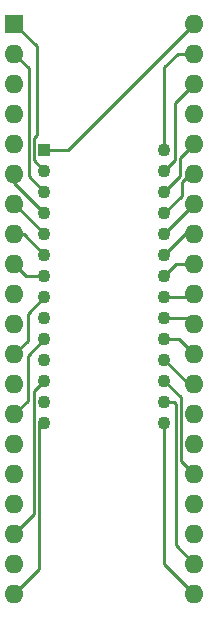
<source format=gtl>
G04 #@! TF.GenerationSoftware,KiCad,Pcbnew,(6.0.0)*
G04 #@! TF.CreationDate,2023-01-29T20:36:38-05:00*
G04 #@! TF.ProjectId,tms7000 28 pin adapter,746d7337-3030-4302-9032-382070696e20,rev?*
G04 #@! TF.SameCoordinates,Original*
G04 #@! TF.FileFunction,Copper,L1,Top*
G04 #@! TF.FilePolarity,Positive*
%FSLAX46Y46*%
G04 Gerber Fmt 4.6, Leading zero omitted, Abs format (unit mm)*
G04 Created by KiCad (PCBNEW (6.0.0)) date 2023-01-29 20:36:38*
%MOMM*%
%LPD*%
G01*
G04 APERTURE LIST*
G04 #@! TA.AperFunction,ComponentPad*
%ADD10R,1.600000X1.600000*%
G04 #@! TD*
G04 #@! TA.AperFunction,ComponentPad*
%ADD11O,1.600000X1.600000*%
G04 #@! TD*
G04 #@! TA.AperFunction,ComponentPad*
%ADD12R,1.100000X1.100000*%
G04 #@! TD*
G04 #@! TA.AperFunction,ComponentPad*
%ADD13C,1.100000*%
G04 #@! TD*
G04 #@! TA.AperFunction,Conductor*
%ADD14C,0.250000*%
G04 #@! TD*
G04 APERTURE END LIST*
D10*
X115565000Y-52837000D03*
D11*
X115565000Y-55377000D03*
X115565000Y-57917000D03*
X115565000Y-60457000D03*
X115565000Y-62997000D03*
X115565000Y-65537000D03*
X115565000Y-68077000D03*
X115565000Y-70617000D03*
X115565000Y-73157000D03*
X115565000Y-75697000D03*
X115565000Y-78237000D03*
X115565000Y-80777000D03*
X115565000Y-83317000D03*
X115565000Y-85857000D03*
X115565000Y-88397000D03*
X115565000Y-90937000D03*
X115565000Y-93477000D03*
X115565000Y-96017000D03*
X115565000Y-98557000D03*
X115565000Y-101097000D03*
X130805000Y-101097000D03*
X130805000Y-98557000D03*
X130805000Y-96017000D03*
X130805000Y-93477000D03*
X130805000Y-90937000D03*
X130805000Y-88397000D03*
X130805000Y-85857000D03*
X130805000Y-83317000D03*
X130805000Y-80777000D03*
X130805000Y-78237000D03*
X130805000Y-75697000D03*
X130805000Y-73157000D03*
X130805000Y-70617000D03*
X130805000Y-68077000D03*
X130805000Y-65537000D03*
X130805000Y-62997000D03*
X130805000Y-60457000D03*
X130805000Y-57917000D03*
X130805000Y-55377000D03*
X130805000Y-52837000D03*
D12*
X118110000Y-63500000D03*
D13*
X118110000Y-65278000D03*
X118110000Y-67056000D03*
X118110000Y-68834000D03*
X118110000Y-70612000D03*
X118110000Y-72390000D03*
X118110000Y-74168000D03*
X118110000Y-75946000D03*
X118110000Y-77724000D03*
X118110000Y-79502000D03*
X118110000Y-81280000D03*
X118110000Y-83058000D03*
X118110000Y-84836000D03*
X118110000Y-86614000D03*
X128270000Y-86614000D03*
X128270000Y-84836000D03*
X128270000Y-83058000D03*
X128270000Y-81280000D03*
X128270000Y-79502000D03*
X128270000Y-77724000D03*
X128270000Y-75946000D03*
X128270000Y-74168000D03*
X128270000Y-72390000D03*
X128270000Y-70612000D03*
X128270000Y-68834000D03*
X128270000Y-67056000D03*
X128270000Y-65278000D03*
X128270000Y-63500000D03*
D14*
X117235489Y-62469511D02*
X117475000Y-62230000D01*
X117475000Y-62230000D02*
X117475000Y-54747000D01*
X118110000Y-65278000D02*
X117235489Y-64403489D01*
X117235489Y-64403489D02*
X117235489Y-62469511D01*
X117475000Y-54747000D02*
X115565000Y-52837000D01*
X116785969Y-56597969D02*
X115565000Y-55377000D01*
X116785969Y-65731969D02*
X116785969Y-56597969D01*
X118110000Y-67056000D02*
X116785969Y-65731969D01*
X118110000Y-68834000D02*
X115565000Y-66289000D01*
X115565000Y-66289000D02*
X115565000Y-65537000D01*
X115575000Y-68077000D02*
X115565000Y-68077000D01*
X118110000Y-70612000D02*
X115575000Y-68077000D01*
X116337000Y-70617000D02*
X115565000Y-70617000D01*
X118110000Y-72390000D02*
X116337000Y-70617000D01*
X116576000Y-74168000D02*
X115565000Y-73157000D01*
X118110000Y-74168000D02*
X116576000Y-74168000D01*
X116689511Y-79652489D02*
X115565000Y-80777000D01*
X118110000Y-75946000D02*
X116689511Y-77366489D01*
X116689511Y-77366489D02*
X116689511Y-79652489D01*
X116689511Y-84732489D02*
X115565000Y-85857000D01*
X118110000Y-79502000D02*
X116689511Y-80922489D01*
X116689511Y-80922489D02*
X116689511Y-84732489D01*
X118110000Y-83058000D02*
X117235489Y-83932511D01*
X117235489Y-94346511D02*
X115565000Y-96017000D01*
X117235489Y-83932511D02*
X117235489Y-94346511D01*
X118110000Y-86614000D02*
X117856000Y-86614000D01*
X117685009Y-98976991D02*
X115565000Y-101097000D01*
X117856000Y-86614000D02*
X117685009Y-86784991D01*
X117685009Y-86784991D02*
X117685009Y-98976991D01*
X128270000Y-86614000D02*
X128270000Y-98562000D01*
X128270000Y-98562000D02*
X130805000Y-101097000D01*
X129230969Y-85019152D02*
X129230969Y-96982969D01*
X128270000Y-84836000D02*
X129047817Y-84836000D01*
X129230969Y-96982969D02*
X130805000Y-98557000D01*
X129047817Y-84836000D02*
X129230969Y-85019152D01*
X129680489Y-84468489D02*
X129680489Y-89812489D01*
X128270000Y-83058000D02*
X129680489Y-84468489D01*
X129680489Y-89812489D02*
X130805000Y-90937000D01*
X130307000Y-83317000D02*
X130805000Y-83317000D01*
X128270000Y-81280000D02*
X130307000Y-83317000D01*
X128270000Y-79502000D02*
X129530000Y-79502000D01*
X129530000Y-79502000D02*
X130805000Y-80777000D01*
X130292000Y-77724000D02*
X130805000Y-78237000D01*
X128270000Y-77724000D02*
X130292000Y-77724000D01*
X128270000Y-75946000D02*
X130556000Y-75946000D01*
X130556000Y-75946000D02*
X130805000Y-75697000D01*
X129281000Y-73157000D02*
X130805000Y-73157000D01*
X128270000Y-74168000D02*
X129281000Y-73157000D01*
X128270000Y-72390000D02*
X130043000Y-70617000D01*
X130043000Y-70617000D02*
X130805000Y-70617000D01*
X128270000Y-70612000D02*
X130805000Y-68077000D01*
X130424718Y-65537000D02*
X130805000Y-65537000D01*
X129730859Y-67373141D02*
X129730859Y-66230859D01*
X129730859Y-66230859D02*
X130424718Y-65537000D01*
X128270000Y-68834000D02*
X129730859Y-67373141D01*
X128270000Y-67056000D02*
X129594031Y-65731969D01*
X129594031Y-65731969D02*
X129594031Y-64207969D01*
X129594031Y-64207969D02*
X130805000Y-62997000D01*
X129144511Y-59577489D02*
X130805000Y-57917000D01*
X129144511Y-64403489D02*
X129144511Y-59577489D01*
X128270000Y-65278000D02*
X129144511Y-64403489D01*
X128270000Y-63500000D02*
X128270000Y-56515000D01*
X128270000Y-56515000D02*
X129408000Y-55377000D01*
X129408000Y-55377000D02*
X130805000Y-55377000D01*
X118110000Y-63500000D02*
X120142000Y-63500000D01*
X120142000Y-63500000D02*
X130805000Y-52837000D01*
M02*

</source>
